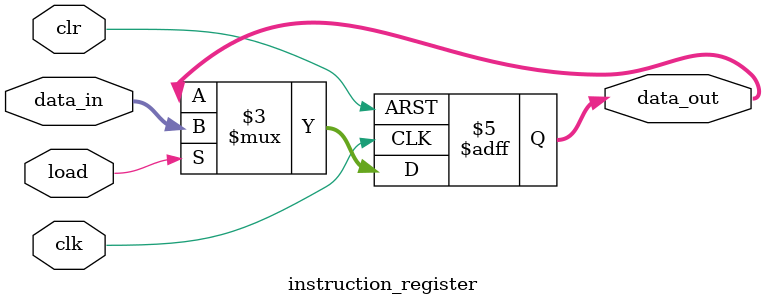
<source format=v>
module instruction_register(
    data_out,
    data_in,
    load,
    clk,
    clr
);

parameter DATAWIDTH = 8;
output reg [DATAWIDTH - 1:0] data_out;
input [DATAWIDTH - 1:0] data_in;
input load, clk, clr;

// Clear is an active low signal

always @ (posedge clk or negedge clr)
begin
    if(!clr)
        data_out <= 0;
    else if (load) begin
        data_out <= data_in;
    end
end
    
endmodule
</source>
